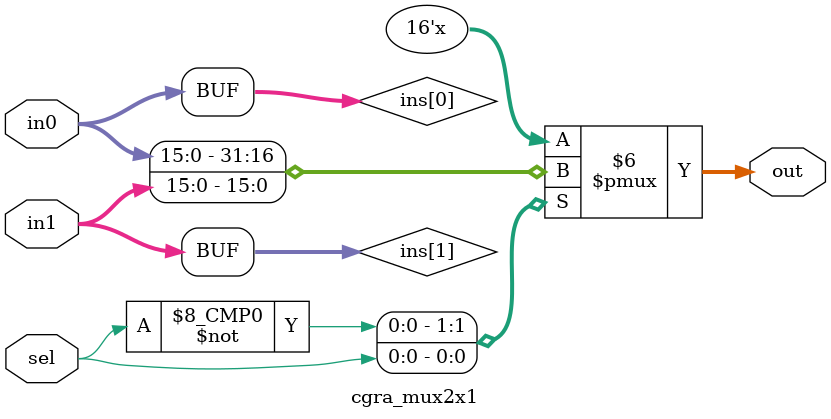
<source format=v>

module cgra_mux2x1 #
(
  parameter WIDTH = 16
)
(
  input [1-1:0] sel,
  input [WIDTH-1:0] in0,
  input [WIDTH-1:0] in1,
  output [WIDTH-1:0] out
);

  wire [WIDTH-1:0] ins [0:2-1];
  assign ins[0] = in0;
  assign ins[1] = in1;
  assign out = ins[sel];

endmodule

</source>
